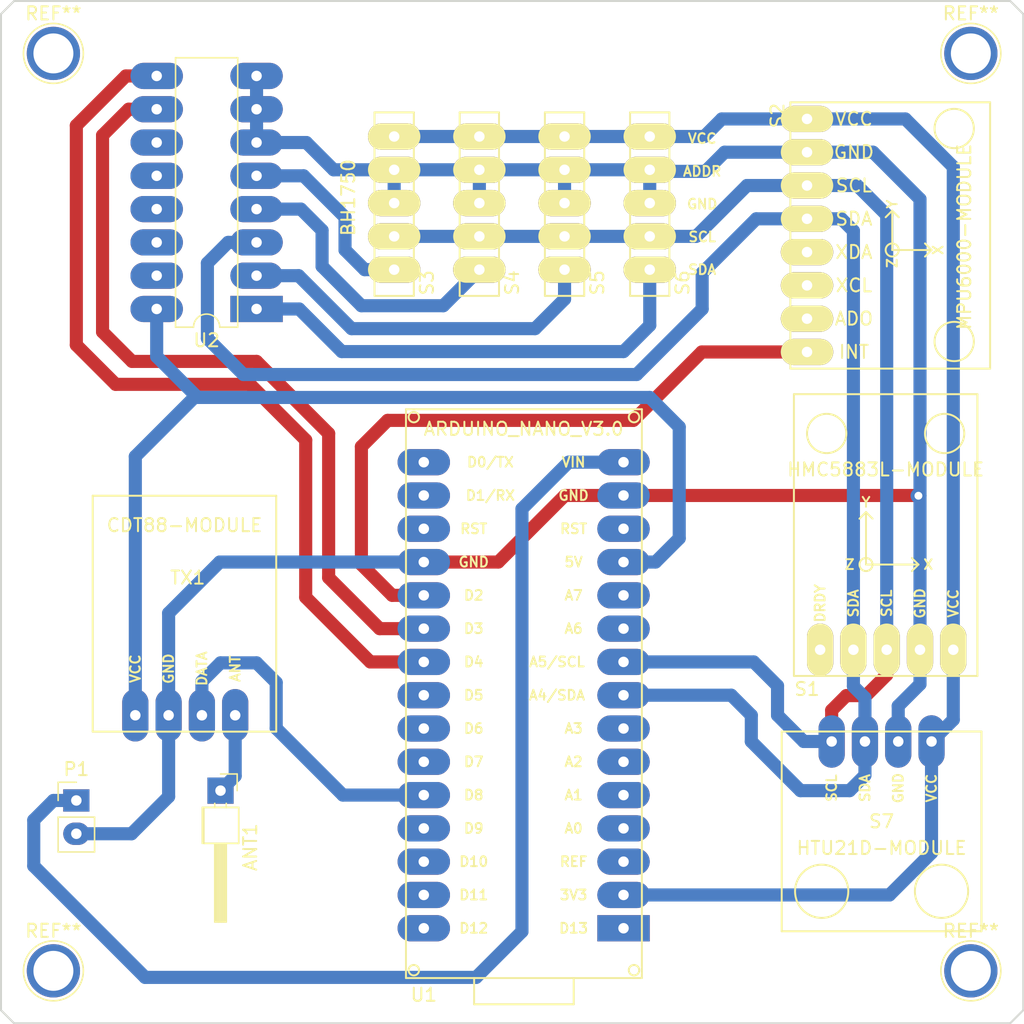
<source format=kicad_pcb>
(kicad_pcb (version 4) (host pcbnew 4.0.6-e0-6349~53~ubuntu14.04.1)

  (general
    (links 47)
    (no_connects 2)
    (area 122.424999 48.177 200.575001 126.875)
    (thickness 1.6)
    (drawings 33)
    (tracks 168)
    (zones 0)
    (modules 16)
    (nets 44)
  )

  (page A4)
  (layers
    (0 F.Cu signal)
    (31 B.Cu signal hide)
    (32 B.Adhes user)
    (33 F.Adhes user)
    (34 B.Paste user hide)
    (35 F.Paste user)
    (36 B.SilkS user)
    (37 F.SilkS user hide)
    (38 B.Mask user)
    (39 F.Mask user)
    (40 Dwgs.User user)
    (41 Cmts.User user)
    (42 Eco1.User user)
    (43 Eco2.User user)
    (44 Edge.Cuts user)
    (45 Margin user)
    (46 B.CrtYd user)
    (47 F.CrtYd user)
    (48 B.Fab user)
    (49 F.Fab user)
  )

  (setup
    (last_trace_width 1)
    (trace_clearance 0.5)
    (zone_clearance 0.508)
    (zone_45_only no)
    (trace_min 0.2)
    (segment_width 0.2)
    (edge_width 0.15)
    (via_size 1.2)
    (via_drill 0.6)
    (via_min_size 0.4)
    (via_min_drill 0.3)
    (uvia_size 0.3)
    (uvia_drill 0.1)
    (uvias_allowed no)
    (uvia_min_size 0.2)
    (uvia_min_drill 0.1)
    (pcb_text_width 0.3)
    (pcb_text_size 1.5 1.5)
    (mod_edge_width 0.15)
    (mod_text_size 1 1)
    (mod_text_width 0.15)
    (pad_size 4 2)
    (pad_drill 0.8)
    (pad_to_mask_clearance 0.2)
    (aux_axis_origin 0 0)
    (visible_elements FFFFFF7F)
    (pcbplotparams
      (layerselection 0x01400_80000001)
      (usegerberextensions false)
      (excludeedgelayer true)
      (linewidth 0.100000)
      (plotframeref false)
      (viasonmask false)
      (mode 1)
      (useauxorigin false)
      (hpglpennumber 1)
      (hpglpenspeed 20)
      (hpglpendiameter 15)
      (hpglpenoverlay 2)
      (psnegative false)
      (psa4output false)
      (plotreference true)
      (plotvalue true)
      (plotinvisibletext false)
      (padsonsilk false)
      (subtractmaskfromsilk false)
      (outputformat 1)
      (mirror false)
      (drillshape 0)
      (scaleselection 1)
      (outputdirectory gerber/))
  )

  (net 0 "")
  (net 1 VCC)
  (net 2 GNDREF)
  (net 3 "Net-(S1-Pad1)")
  (net 4 /SDA)
  (net 5 /SCL)
  (net 6 +3V3)
  (net 7 "Net-(S2-Pad5)")
  (net 8 "Net-(S2-Pad6)")
  (net 9 "Net-(S2-Pad7)")
  (net 10 +5V)
  (net 11 RADIO_DATA)
  (net 12 "Net-(U1-Pad1)")
  (net 13 "Net-(U1-Pad3)")
  (net 14 "Net-(U1-Pad4)")
  (net 15 "Net-(U1-Pad5)")
  (net 16 "Net-(U1-Pad13)")
  (net 17 "Net-(U1-Pad16)")
  (net 18 "Net-(U1-Pad17)")
  (net 19 "Net-(U1-Pad18)")
  (net 20 "Net-(U1-Pad23)")
  (net 21 "Net-(U1-Pad24)")
  (net 22 "Net-(U1-Pad25)")
  (net 23 "Net-(U1-Pad27)")
  (net 24 "Net-(U1-Pad28)")
  (net 25 /LS_SELECT_0)
  (net 26 /LS_SELECT_1)
  (net 27 "Net-(ANT1-Pad1)")
  (net 28 "Net-(U1-Pad29)")
  (net 29 "Net-(U1-Pad30)")
  (net 30 "Net-(U1-Pad6)")
  (net 31 "Net-(U1-Pad7)")
  (net 32 "Net-(U2-Pad11)")
  (net 33 "Net-(U2-Pad12)")
  (net 34 "Net-(U2-Pad13)")
  (net 35 "Net-(U2-Pad14)")
  (net 36 "Net-(U2-Pad15)")
  (net 37 /SDA_LS_SIDE1)
  (net 38 /SDA_LS_SIDE2)
  (net 39 /SDA_LS_SIDE3)
  (net 40 /SDA_LS_SIDE4)
  (net 41 /GYRO_INT)
  (net 42 "Net-(U1-Pad10)")
  (net 43 "Net-(U1-Pad11)")

  (net_class Default "This is the default net class."
    (clearance 0.5)
    (trace_width 1)
    (via_dia 1.2)
    (via_drill 0.6)
    (uvia_dia 0.3)
    (uvia_drill 0.1)
    (add_net +3V3)
    (add_net +5V)
    (add_net /GYRO_INT)
    (add_net /LS_SELECT_0)
    (add_net /LS_SELECT_1)
    (add_net /SCL)
    (add_net /SDA)
    (add_net /SDA_LS_SIDE1)
    (add_net /SDA_LS_SIDE2)
    (add_net /SDA_LS_SIDE3)
    (add_net /SDA_LS_SIDE4)
    (add_net GNDREF)
    (add_net "Net-(ANT1-Pad1)")
    (add_net "Net-(S1-Pad1)")
    (add_net "Net-(S2-Pad5)")
    (add_net "Net-(S2-Pad6)")
    (add_net "Net-(S2-Pad7)")
    (add_net "Net-(U1-Pad1)")
    (add_net "Net-(U1-Pad10)")
    (add_net "Net-(U1-Pad11)")
    (add_net "Net-(U1-Pad13)")
    (add_net "Net-(U1-Pad16)")
    (add_net "Net-(U1-Pad17)")
    (add_net "Net-(U1-Pad18)")
    (add_net "Net-(U1-Pad23)")
    (add_net "Net-(U1-Pad24)")
    (add_net "Net-(U1-Pad25)")
    (add_net "Net-(U1-Pad27)")
    (add_net "Net-(U1-Pad28)")
    (add_net "Net-(U1-Pad29)")
    (add_net "Net-(U1-Pad3)")
    (add_net "Net-(U1-Pad30)")
    (add_net "Net-(U1-Pad4)")
    (add_net "Net-(U1-Pad5)")
    (add_net "Net-(U1-Pad6)")
    (add_net "Net-(U1-Pad7)")
    (add_net "Net-(U2-Pad11)")
    (add_net "Net-(U2-Pad12)")
    (add_net "Net-(U2-Pad13)")
    (add_net "Net-(U2-Pad14)")
    (add_net "Net-(U2-Pad15)")
    (add_net RADIO_DATA)
    (add_net VCC)
  )

  (module Pin_Headers:Pin_Header_Angled_1x01_Pitch2.54mm (layer F.Cu) (tedit 589D4B9A) (tstamp 589AAFAF)
    (at 139.25 108.75 270)
    (descr "Through hole angled pin header, 1x01, 2.54mm pitch, 6mm pin length, single row")
    (tags "Through hole angled pin header THT 1x01 2.54mm single row")
    (path /5747D709)
    (fp_text reference ANT1 (at 4.315 -2.27 270) (layer F.SilkS)
      (effects (font (size 1 1) (thickness 0.15)))
    )
    (fp_text value ANTENNA-1 (at 4.315 2.27 270) (layer F.Fab)
      (effects (font (size 1 1) (thickness 0.15)))
    )
    (fp_line (start 1.4 -1.27) (end 1.4 1.27) (layer F.Fab) (width 0.1))
    (fp_line (start 1.4 1.27) (end 3.9 1.27) (layer F.Fab) (width 0.1))
    (fp_line (start 3.9 1.27) (end 3.9 -1.27) (layer F.Fab) (width 0.1))
    (fp_line (start 3.9 -1.27) (end 1.4 -1.27) (layer F.Fab) (width 0.1))
    (fp_line (start 0 -0.32) (end 0 0.32) (layer F.Fab) (width 0.1))
    (fp_line (start 0 0.32) (end 9.9 0.32) (layer F.Fab) (width 0.1))
    (fp_line (start 9.9 0.32) (end 9.9 -0.32) (layer F.Fab) (width 0.1))
    (fp_line (start 9.9 -0.32) (end 0 -0.32) (layer F.Fab) (width 0.1))
    (fp_line (start 1.28 -1.39) (end 1.28 1.39) (layer F.SilkS) (width 0.12))
    (fp_line (start 1.28 1.39) (end 4.02 1.39) (layer F.SilkS) (width 0.12))
    (fp_line (start 4.02 1.39) (end 4.02 -1.39) (layer F.SilkS) (width 0.12))
    (fp_line (start 4.02 -1.39) (end 1.28 -1.39) (layer F.SilkS) (width 0.12))
    (fp_line (start 1.28 -1.39) (end 1.28 1.27) (layer F.SilkS) (width 0.12))
    (fp_line (start 1.28 1.27) (end 4.02 1.27) (layer F.SilkS) (width 0.12))
    (fp_line (start 4.02 1.27) (end 4.02 -1.39) (layer F.SilkS) (width 0.12))
    (fp_line (start 4.02 -1.39) (end 1.28 -1.39) (layer F.SilkS) (width 0.12))
    (fp_line (start 4.02 -0.44) (end 4.02 0.44) (layer F.SilkS) (width 0.12))
    (fp_line (start 4.02 0.44) (end 10.02 0.44) (layer F.SilkS) (width 0.12))
    (fp_line (start 10.02 0.44) (end 10.02 -0.44) (layer F.SilkS) (width 0.12))
    (fp_line (start 10.02 -0.44) (end 4.02 -0.44) (layer F.SilkS) (width 0.12))
    (fp_line (start 0.97 -0.44) (end 1.28 -0.44) (layer F.SilkS) (width 0.12))
    (fp_line (start 0.97 0.44) (end 1.28 0.44) (layer F.SilkS) (width 0.12))
    (fp_line (start 4.02 -0.32) (end 10.02 -0.32) (layer F.SilkS) (width 0.12))
    (fp_line (start 4.02 -0.2) (end 10.02 -0.2) (layer F.SilkS) (width 0.12))
    (fp_line (start 4.02 -0.08) (end 10.02 -0.08) (layer F.SilkS) (width 0.12))
    (fp_line (start 4.02 0.04) (end 10.02 0.04) (layer F.SilkS) (width 0.12))
    (fp_line (start 4.02 0.16) (end 10.02 0.16) (layer F.SilkS) (width 0.12))
    (fp_line (start 4.02 0.28) (end 10.02 0.28) (layer F.SilkS) (width 0.12))
    (fp_line (start 4.02 0.4) (end 10.02 0.4) (layer F.SilkS) (width 0.12))
    (fp_line (start -1.27 0) (end -1.27 -1.27) (layer F.SilkS) (width 0.12))
    (fp_line (start -1.27 -1.27) (end 0 -1.27) (layer F.SilkS) (width 0.12))
    (fp_line (start -1.6 -1.6) (end -1.6 1.6) (layer F.CrtYd) (width 0.05))
    (fp_line (start -1.6 1.6) (end 10.2 1.6) (layer F.CrtYd) (width 0.05))
    (fp_line (start 10.2 1.6) (end 10.2 -1.6) (layer F.CrtYd) (width 0.05))
    (fp_line (start 10.2 -1.6) (end -1.6 -1.6) (layer F.CrtYd) (width 0.05))
    (pad 1 thru_hole rect (at 0 0 270) (size 2 2) (drill 0.8) (layers *.Cu *.Mask)
      (net 27 "Net-(ANT1-Pad1)"))
    (model Pin_Headers.3dshapes/Pin_Header_Angled_1x01_Pitch2.54mm.wrl
      (at (xyz 0 0 0))
      (scale (xyz 1 1 1))
      (rotate (xyz 0 0 90))
    )
  )

  (module Pin_Headers:Pin_Header_Straight_1x02_Pitch2.54mm (layer F.Cu) (tedit 589D4B5B) (tstamp 589AAFB5)
    (at 128.25 109.5)
    (descr "Through hole straight pin header, 1x02, 2.54mm pitch, single row")
    (tags "Through hole pin header THT 1x02 2.54mm single row")
    (path /5747D814)
    (fp_text reference P1 (at 0 -2.39) (layer F.SilkS)
      (effects (font (size 1 1) (thickness 0.15)))
    )
    (fp_text value POWER (at 0 4.93) (layer F.Fab)
      (effects (font (size 1 1) (thickness 0.15)))
    )
    (fp_line (start -1.27 -1.27) (end -1.27 3.81) (layer F.Fab) (width 0.1))
    (fp_line (start -1.27 3.81) (end 1.27 3.81) (layer F.Fab) (width 0.1))
    (fp_line (start 1.27 3.81) (end 1.27 -1.27) (layer F.Fab) (width 0.1))
    (fp_line (start 1.27 -1.27) (end -1.27 -1.27) (layer F.Fab) (width 0.1))
    (fp_line (start -1.39 1.27) (end -1.39 3.93) (layer F.SilkS) (width 0.12))
    (fp_line (start -1.39 3.93) (end 1.39 3.93) (layer F.SilkS) (width 0.12))
    (fp_line (start 1.39 3.93) (end 1.39 1.27) (layer F.SilkS) (width 0.12))
    (fp_line (start 1.39 1.27) (end -1.39 1.27) (layer F.SilkS) (width 0.12))
    (fp_line (start -1.39 0) (end -1.39 -1.39) (layer F.SilkS) (width 0.12))
    (fp_line (start -1.39 -1.39) (end 0 -1.39) (layer F.SilkS) (width 0.12))
    (fp_line (start -1.6 -1.6) (end -1.6 4.1) (layer F.CrtYd) (width 0.05))
    (fp_line (start -1.6 4.1) (end 1.6 4.1) (layer F.CrtYd) (width 0.05))
    (fp_line (start 1.6 4.1) (end 1.6 -1.6) (layer F.CrtYd) (width 0.05))
    (fp_line (start 1.6 -1.6) (end -1.6 -1.6) (layer F.CrtYd) (width 0.05))
    (pad 1 thru_hole rect (at 0 0) (size 2 1.7) (drill 0.8) (layers *.Cu *.Mask)
      (net 1 VCC))
    (pad 2 thru_hole oval (at 0 2.54) (size 2 1.7) (drill 0.8) (layers *.Cu *.Mask)
      (net 2 GNDREF))
    (model Pin_Headers.3dshapes/Pin_Header_Straight_1x02_Pitch2.54mm.wrl
      (at (xyz 0 -0.05 0))
      (scale (xyz 1 1 1))
      (rotate (xyz 0 0 90))
    )
  )

  (module boscoverysat:HMC5883L (layer F.Cu) (tedit 589AA99E) (tstamp 589AAFBE)
    (at 185 98)
    (path /5747D500)
    (fp_text reference S1 (at -1 3) (layer F.SilkS)
      (effects (font (size 1 1) (thickness 0.15)))
    )
    (fp_text value HMC5883L-MODULE (at 5 -13.75) (layer F.SilkS)
      (effects (font (size 1 1) (thickness 0.15)))
    )
    (fp_text user Z (at 2.25 -6.5) (layer F.SilkS)
      (effects (font (size 0.75 0.75) (thickness 0.15)))
    )
    (fp_text user Y (at 3.5 -11.25) (layer F.SilkS)
      (effects (font (size 0.75 0.75) (thickness 0.15)))
    )
    (fp_text user X (at 8.25 -6.5) (layer F.SilkS)
      (effects (font (size 0.75 0.75) (thickness 0.15)))
    )
    (fp_circle (center 3.5 -6.5) (end 4 -6.5) (layer F.SilkS) (width 0.15))
    (fp_line (start 3.5 -10.5) (end 3 -10) (layer F.SilkS) (width 0.15))
    (fp_line (start 3.5 -10.5) (end 4 -10) (layer F.SilkS) (width 0.15))
    (fp_line (start 7.5 -6.5) (end 7 -7) (layer F.SilkS) (width 0.15))
    (fp_line (start 7.5 -6.5) (end 7 -6) (layer F.SilkS) (width 0.15))
    (fp_line (start 3.5 -6.5) (end 7.5 -6.5) (layer F.SilkS) (width 0.15))
    (fp_line (start 3.5 -6.5) (end 3.5 -10.5) (layer F.SilkS) (width 0.15))
    (fp_text user VCC (at 10.16 -3.54 90) (layer F.SilkS)
      (effects (font (size 0.75 0.75) (thickness 0.15)))
    )
    (fp_text user GND (at 7.62 -3.54 90) (layer F.SilkS)
      (effects (font (size 0.75 0.75) (thickness 0.15)))
    )
    (fp_text user SCL (at 5.08 -3.54 90) (layer F.SilkS)
      (effects (font (size 0.75 0.75) (thickness 0.15)))
    )
    (fp_text user SDA (at 2.54 -3.54 90) (layer F.SilkS)
      (effects (font (size 0.75 0.75) (thickness 0.15)))
    )
    (fp_text user DRDY (at 0 -3.54 90) (layer F.SilkS)
      (effects (font (size 0.75 0.75) (thickness 0.15)))
    )
    (fp_circle (center 9.5 -16.5) (end 9.5 -18) (layer F.SilkS) (width 0.15))
    (fp_circle (center 0.5 -16.5) (end 0.5 -18) (layer F.SilkS) (width 0.15))
    (fp_line (start -2 2) (end 12 2) (layer F.SilkS) (width 0.15))
    (fp_line (start 12 2) (end 12 -19.5) (layer F.SilkS) (width 0.15))
    (fp_line (start 12 -19.5) (end -2 -19.5) (layer F.SilkS) (width 0.15))
    (fp_line (start -2 -19.5) (end -2 2) (layer F.SilkS) (width 0.15))
    (pad 1 thru_hole oval (at 0 0) (size 2 4) (drill 0.8) (layers *.Cu F.SilkS B.Mask)
      (net 3 "Net-(S1-Pad1)"))
    (pad 2 thru_hole oval (at 2.54 0) (size 2 4) (drill 0.8) (layers *.Cu F.SilkS B.Mask)
      (net 4 /SDA))
    (pad 3 thru_hole oval (at 5.08 0) (size 2 4) (drill 0.8) (layers *.Cu F.SilkS B.Mask)
      (net 5 /SCL))
    (pad 4 thru_hole oval (at 7.62 0) (size 2 4) (drill 0.8) (layers *.Cu F.SilkS B.Mask)
      (net 2 GNDREF))
    (pad 5 thru_hole oval (at 10.16 0) (size 2 4) (drill 0.8) (layers *.Cu F.SilkS B.Mask)
      (net 6 +3V3))
  )

  (module boscoverysat:MPU-6000 (layer F.Cu) (tedit 58997490) (tstamp 589AAFCA)
    (at 184 57.5 270)
    (path /5747D545)
    (fp_text reference S2 (at -0.25 2.25 270) (layer F.SilkS)
      (effects (font (size 1 1) (thickness 0.15)))
    )
    (fp_text value MPU6000-MODULE (at 9 -12 270) (layer F.SilkS)
      (effects (font (size 1 1) (thickness 0.15)))
    )
    (fp_text user Z (at 11 -6.5 270) (layer F.SilkS)
      (effects (font (size 0.75 0.75) (thickness 0.15)))
    )
    (fp_text user X (at 10 -10 270) (layer F.SilkS)
      (effects (font (size 0.75 0.75) (thickness 0.15)))
    )
    (fp_circle (center 10 -6.5) (end 9.5 -6.5) (layer F.SilkS) (width 0.15))
    (fp_line (start 10 -9.5) (end 9.5 -9) (layer F.SilkS) (width 0.15))
    (fp_line (start 10 -6.5) (end 10 -9.5) (layer F.SilkS) (width 0.15))
    (fp_line (start 10 -9.5) (end 10.5 -9) (layer F.SilkS) (width 0.15))
    (fp_line (start 7 -6.5) (end 7.5 -7) (layer F.SilkS) (width 0.15))
    (fp_line (start 10 -6.5) (end 7 -6.5) (layer F.SilkS) (width 0.15))
    (fp_line (start 7 -6.5) (end 7.5 -6) (layer F.SilkS) (width 0.15))
    (fp_text user Y (at 6.5 -6.5 270) (layer F.SilkS)
      (effects (font (size 0.75 0.75) (thickness 0.15)))
    )
    (fp_text user INT (at 17.78 -3.58 360) (layer F.SilkS)
      (effects (font (size 1 1) (thickness 0.15)))
    )
    (fp_text user ADO (at 15.24 -3.58 360) (layer F.SilkS)
      (effects (font (size 1 1) (thickness 0.15)))
    )
    (fp_text user XCL (at 12.7 -3.58 360) (layer F.SilkS)
      (effects (font (size 1 1) (thickness 0.15)))
    )
    (fp_text user XDA (at 10.16 -3.58 360) (layer F.SilkS)
      (effects (font (size 1 1) (thickness 0.15)))
    )
    (fp_text user SDA (at 7.62 -3.58 360) (layer F.SilkS)
      (effects (font (size 1 1) (thickness 0.15)))
    )
    (fp_text user SCL (at 5.08 -3.58 360) (layer F.SilkS)
      (effects (font (size 1 1) (thickness 0.15)))
    )
    (fp_text user GND (at 2.54 -3.58 360) (layer F.SilkS)
      (effects (font (size 1 1) (thickness 0.15)))
    )
    (fp_text user VCC (at 0 -3.58 360) (layer F.SilkS)
      (effects (font (size 1 1) (thickness 0.15)))
    )
    (fp_line (start -1.27 1.27) (end 19.05 1.27) (layer F.SilkS) (width 0.15))
    (fp_line (start 19.05 1.27) (end 19.05 -13.97) (layer F.SilkS) (width 0.15))
    (fp_line (start 19.05 -13.97) (end -1.27 -13.97) (layer F.SilkS) (width 0.15))
    (fp_line (start -1.27 -13.97) (end -1.27 1.27) (layer F.SilkS) (width 0.15))
    (fp_circle (center 16.98 -11.23) (end 16.98 -12.73) (layer F.SilkS) (width 0.15))
    (fp_circle (center 0.73 -11.23) (end 0.73 -12.73) (layer F.SilkS) (width 0.15))
    (pad 1 thru_hole oval (at 0 0 270) (size 2 4) (drill 0.8) (layers *.Cu F.SilkS B.Mask)
      (net 6 +3V3))
    (pad 2 thru_hole oval (at 2.54 0 270) (size 2 4) (drill 0.8) (layers *.Cu F.SilkS B.Mask)
      (net 2 GNDREF))
    (pad 3 thru_hole oval (at 5.08 0 270) (size 2 4) (drill 0.8) (layers *.Cu F.SilkS B.Mask)
      (net 5 /SCL))
    (pad 4 thru_hole oval (at 7.62 0 270) (size 2 4) (drill 0.8) (layers *.Cu F.SilkS B.Mask)
      (net 4 /SDA))
    (pad 5 thru_hole oval (at 10.16 0 270) (size 2 4) (drill 0.8) (layers *.Cu F.SilkS B.Mask)
      (net 7 "Net-(S2-Pad5)"))
    (pad 6 thru_hole oval (at 12.7 0 270) (size 2 4) (drill 0.8) (layers *.Cu F.SilkS B.Mask)
      (net 8 "Net-(S2-Pad6)"))
    (pad 7 thru_hole oval (at 15.24 0 270) (size 2 4) (drill 0.8) (layers *.Cu F.SilkS B.Mask)
      (net 9 "Net-(S2-Pad7)"))
    (pad 8 thru_hole oval (at 17.78 0 270) (size 2 4) (drill 0.8) (layers *.Cu F.SilkS B.Mask)
      (net 41 /GYRO_INT))
  )

  (module boscoverysat:BH1750-MODULE (layer F.Cu) (tedit 589AB6AE) (tstamp 589AAFD3)
    (at 152.5 69 90)
    (path /574ADBF4)
    (fp_text reference S3 (at -1 2.5 90) (layer F.SilkS)
      (effects (font (size 1 1) (thickness 0.15)))
    )
    (fp_text value BH1750 (at 5.5 -3.5 90) (layer F.SilkS)
      (effects (font (size 1 1) (thickness 0.15)))
    )
    (fp_text user "" (at 10.16 -3.81 180) (layer F.SilkS)
      (effects (font (size 0.75 0.75) (thickness 0.15)))
    )
    (fp_text user "" (at 5.08 -3.81 180) (layer F.SilkS)
      (effects (font (size 0.75 0.75) (thickness 0.15)))
    )
    (fp_text user "" (at 2.54 -3.81 180) (layer F.SilkS)
      (effects (font (size 0.75 0.75) (thickness 0.15)))
    )
    (fp_text user "" (at 0 -3.81 180) (layer F.SilkS)
      (effects (font (size 0.75 0.75) (thickness 0.15)))
    )
    (fp_text user "" (at 7.62 -3.81 180) (layer F.SilkS)
      (effects (font (size 0.75 0.75) (thickness 0.15)))
    )
    (fp_line (start -2 -1.5) (end -2 1.5) (layer F.SilkS) (width 0.15))
    (fp_line (start -2 1.5) (end 12 1.5) (layer F.SilkS) (width 0.15))
    (fp_line (start 12 1.5) (end 12 -1.5) (layer F.SilkS) (width 0.15))
    (fp_line (start 12 -1.5) (end -2 -1.5) (layer F.SilkS) (width 0.15))
    (pad 1 thru_hole oval (at 0 0 90) (size 2 4) (drill 0.8) (layers *.Cu F.SilkS B.Mask)
      (net 37 /SDA_LS_SIDE1))
    (pad 2 thru_hole oval (at 2.54 0 90) (size 2 4) (drill 0.8) (layers *.Cu F.SilkS B.Mask)
      (net 5 /SCL))
    (pad 3 thru_hole oval (at 5.08 0 90) (size 2 4) (drill 0.8) (layers *.Cu F.SilkS B.Mask)
      (net 2 GNDREF))
    (pad 4 thru_hole oval (at 7.62 0 90) (size 2 4) (drill 0.8) (layers *.Cu F.SilkS B.Mask)
      (net 2 GNDREF))
    (pad 5 thru_hole oval (at 10.16 0 90) (size 2 4) (drill 0.8) (layers *.Cu F.SilkS B.Mask)
      (net 6 +3V3))
  )

  (module boscoverysat:BH1750-MODULE (layer F.Cu) (tedit 589AB6BC) (tstamp 589AAFDC)
    (at 159 69 90)
    (path /574ADE0A)
    (fp_text reference S4 (at -1 2.5 90) (layer F.SilkS)
      (effects (font (size 1 1) (thickness 0.15)))
    )
    (fp_text value "" (at 9 2.5 90) (layer F.SilkS)
      (effects (font (size 1 1) (thickness 0.15)))
    )
    (fp_text user "" (at 10.16 -3.81 180) (layer F.SilkS)
      (effects (font (size 0.75 0.75) (thickness 0.15)))
    )
    (fp_text user "" (at 5.08 -3.81 180) (layer F.SilkS)
      (effects (font (size 0.75 0.75) (thickness 0.15)))
    )
    (fp_text user "" (at 2.54 -3.81 180) (layer F.SilkS)
      (effects (font (size 0.75 0.75) (thickness 0.15)))
    )
    (fp_text user "" (at 0 -3.81 180) (layer F.SilkS)
      (effects (font (size 0.75 0.75) (thickness 0.15)))
    )
    (fp_text user "" (at 7.62 -3.81 180) (layer F.SilkS)
      (effects (font (size 0.75 0.75) (thickness 0.15)))
    )
    (fp_line (start -2 -1.5) (end -2 1.5) (layer F.SilkS) (width 0.15))
    (fp_line (start -2 1.5) (end 12 1.5) (layer F.SilkS) (width 0.15))
    (fp_line (start 12 1.5) (end 12 -1.5) (layer F.SilkS) (width 0.15))
    (fp_line (start 12 -1.5) (end -2 -1.5) (layer F.SilkS) (width 0.15))
    (pad 1 thru_hole oval (at 0 0 90) (size 2 4) (drill 0.8) (layers *.Cu F.SilkS B.Mask)
      (net 38 /SDA_LS_SIDE2))
    (pad 2 thru_hole oval (at 2.54 0 90) (size 2 4) (drill 0.8) (layers *.Cu F.SilkS B.Mask)
      (net 5 /SCL))
    (pad 3 thru_hole oval (at 5.08 0 90) (size 2 4) (drill 0.8) (layers *.Cu F.SilkS B.Mask)
      (net 2 GNDREF))
    (pad 4 thru_hole oval (at 7.62 0 90) (size 2 4) (drill 0.8) (layers *.Cu F.SilkS B.Mask)
      (net 2 GNDREF))
    (pad 5 thru_hole oval (at 10.16 0 90) (size 2 4) (drill 0.8) (layers *.Cu F.SilkS B.Mask)
      (net 6 +3V3))
  )

  (module boscoverysat:BH1750-MODULE (layer F.Cu) (tedit 589AB6C9) (tstamp 589AAFE5)
    (at 165.5 69 90)
    (path /574ADE63)
    (fp_text reference S5 (at -1 2.5 90) (layer F.SilkS)
      (effects (font (size 1 1) (thickness 0.15)))
    )
    (fp_text value "" (at 9 2.5 90) (layer F.SilkS)
      (effects (font (size 1 1) (thickness 0.15)))
    )
    (fp_text user "" (at 10.16 -3.81 180) (layer F.SilkS)
      (effects (font (size 0.75 0.75) (thickness 0.15)))
    )
    (fp_text user "" (at 5.08 -3.81 180) (layer F.SilkS)
      (effects (font (size 0.75 0.75) (thickness 0.15)))
    )
    (fp_text user "" (at 2.54 -3.81 180) (layer F.SilkS)
      (effects (font (size 0.75 0.75) (thickness 0.15)))
    )
    (fp_text user "" (at 0 -3.81 180) (layer F.SilkS)
      (effects (font (size 0.75 0.75) (thickness 0.15)))
    )
    (fp_text user "" (at 7.62 -3.81 180) (layer F.SilkS)
      (effects (font (size 0.75 0.75) (thickness 0.15)))
    )
    (fp_line (start -2 -1.5) (end -2 1.5) (layer F.SilkS) (width 0.15))
    (fp_line (start -2 1.5) (end 12 1.5) (layer F.SilkS) (width 0.15))
    (fp_line (start 12 1.5) (end 12 -1.5) (layer F.SilkS) (width 0.15))
    (fp_line (start 12 -1.5) (end -2 -1.5) (layer F.SilkS) (width 0.15))
    (pad 1 thru_hole oval (at 0 0 90) (size 2 4) (drill 0.8) (layers *.Cu F.SilkS B.Mask)
      (net 39 /SDA_LS_SIDE3))
    (pad 2 thru_hole oval (at 2.54 0 90) (size 2 4) (drill 0.8) (layers *.Cu F.SilkS B.Mask)
      (net 5 /SCL))
    (pad 3 thru_hole oval (at 5.08 0 90) (size 2 4) (drill 0.8) (layers *.Cu F.SilkS B.Mask)
      (net 2 GNDREF))
    (pad 4 thru_hole oval (at 7.62 0 90) (size 2 4) (drill 0.8) (layers *.Cu F.SilkS B.Mask)
      (net 2 GNDREF))
    (pad 5 thru_hole oval (at 10.16 0 90) (size 2 4) (drill 0.8) (layers *.Cu F.SilkS B.Mask)
      (net 6 +3V3))
  )

  (module boscoverysat:BH1750-MODULE (layer F.Cu) (tedit 589AB697) (tstamp 589AAFEE)
    (at 172 69 90)
    (path /574ADEEF)
    (fp_text reference S6 (at -1 2.5 90) (layer F.SilkS)
      (effects (font (size 1 1) (thickness 0.15)))
    )
    (fp_text value "" (at 9 2.5 90) (layer F.SilkS)
      (effects (font (size 1 1) (thickness 0.15)))
    )
    (fp_text user VCC (at 10 4 180) (layer F.SilkS)
      (effects (font (size 0.75 0.75) (thickness 0.15)))
    )
    (fp_text user GND (at 5 4 180) (layer F.SilkS)
      (effects (font (size 0.75 0.75) (thickness 0.15)))
    )
    (fp_text user SCL (at 2.5 4 180) (layer F.SilkS)
      (effects (font (size 0.75 0.75) (thickness 0.15)))
    )
    (fp_text user SDA (at 0 4 180) (layer F.SilkS)
      (effects (font (size 0.75 0.75) (thickness 0.15)))
    )
    (fp_text user ADDR (at 7.5 4 180) (layer F.SilkS)
      (effects (font (size 0.75 0.75) (thickness 0.15)))
    )
    (fp_line (start -2 -1.5) (end -2 1.5) (layer F.SilkS) (width 0.15))
    (fp_line (start -2 1.5) (end 12 1.5) (layer F.SilkS) (width 0.15))
    (fp_line (start 12 1.5) (end 12 -1.5) (layer F.SilkS) (width 0.15))
    (fp_line (start 12 -1.5) (end -2 -1.5) (layer F.SilkS) (width 0.15))
    (pad 1 thru_hole oval (at 0 0 90) (size 2 4) (drill 0.8) (layers *.Cu F.SilkS B.Mask)
      (net 40 /SDA_LS_SIDE4))
    (pad 2 thru_hole oval (at 2.54 0 90) (size 2 4) (drill 0.8) (layers *.Cu F.SilkS B.Mask)
      (net 5 /SCL))
    (pad 3 thru_hole oval (at 5.08 0 90) (size 2 4) (drill 0.8) (layers *.Cu F.SilkS B.Mask)
      (net 2 GNDREF))
    (pad 4 thru_hole oval (at 7.62 0 90) (size 2 4) (drill 0.8) (layers *.Cu F.SilkS B.Mask)
      (net 2 GNDREF))
    (pad 5 thru_hole oval (at 10.16 0 90) (size 2 4) (drill 0.8) (layers *.Cu F.SilkS B.Mask)
      (net 6 +3V3))
  )

  (module boscoverysat:HTU21D-MODULE (layer F.Cu) (tedit 589AAB09) (tstamp 589AAFF6)
    (at 193.5 105 180)
    (path /574C0AFC)
    (fp_text reference S7 (at 3.81 -6.096 180) (layer F.SilkS)
      (effects (font (size 1 1) (thickness 0.15)))
    )
    (fp_text value HTU21D-MODULE (at 3.81 -8.128 180) (layer F.SilkS)
      (effects (font (size 1 1) (thickness 0.15)))
    )
    (fp_circle (center 8.382 -11.43) (end 8.382 -13.462) (layer F.SilkS) (width 0.15))
    (fp_circle (center -0.762 -11.43) (end -0.762 -13.462) (layer F.SilkS) (width 0.15))
    (fp_line (start -3.81 0.762) (end -3.81 -14.478) (layer F.SilkS) (width 0.15))
    (fp_line (start -3.81 -14.478) (end 11.43 -14.478) (layer F.SilkS) (width 0.15))
    (fp_line (start 11.43 -14.478) (end 11.43 0.762) (layer F.SilkS) (width 0.15))
    (fp_line (start 11.43 0.762) (end -3.81 0.762) (layer F.SilkS) (width 0.15))
    (fp_text user SCL (at 7.62 -3.556 270) (layer F.SilkS)
      (effects (font (size 0.75 0.75) (thickness 0.15)))
    )
    (fp_text user SDA (at 5.08 -3.556 270) (layer F.SilkS)
      (effects (font (size 0.75 0.75) (thickness 0.15)))
    )
    (fp_text user GND (at 2.54 -3.556 270) (layer F.SilkS)
      (effects (font (size 0.75 0.75) (thickness 0.15)))
    )
    (fp_text user VCC (at 0 -3.556 270) (layer F.SilkS)
      (effects (font (size 0.75 0.75) (thickness 0.15)))
    )
    (pad 1 thru_hole oval (at 0 0 180) (size 2 4) (drill 0.8) (layers *.Cu B.Mask)
      (net 6 +3V3))
    (pad 2 thru_hole oval (at 2.54 0 180) (size 2 4) (drill 0.8) (layers *.Cu B.Mask)
      (net 2 GNDREF))
    (pad 3 thru_hole oval (at 5.08 0 180) (size 2 4) (drill 0.8) (layers *.Cu B.Mask)
      (net 4 /SDA))
    (pad 4 thru_hole oval (at 7.62 0 180) (size 2 4) (drill 0.8) (layers *.Cu B.Mask)
      (net 5 /SCL))
  )

  (module boscoverysat:CDT-88 (layer F.Cu) (tedit 589AAE04) (tstamp 589AAFFE)
    (at 132.75 103)
    (path /5747D61F)
    (fp_text reference TX1 (at 4 -10.5) (layer F.SilkS)
      (effects (font (size 1 1) (thickness 0.15)))
    )
    (fp_text value CDT88-MODULE (at 3.75 -14.5) (layer F.SilkS)
      (effects (font (size 1 1) (thickness 0.15)))
    )
    (fp_text user ANT (at 7.62 -3.556 90) (layer F.SilkS)
      (effects (font (size 0.75 0.75) (thickness 0.15)))
    )
    (fp_text user DATA (at 5.08 -3.556 90) (layer F.SilkS)
      (effects (font (size 0.75 0.75) (thickness 0.15)))
    )
    (fp_text user GND (at 2.54 -3.556 90) (layer F.SilkS)
      (effects (font (size 0.75 0.75) (thickness 0.15)))
    )
    (fp_text user VCC (at 0 -3.556 90) (layer F.SilkS)
      (effects (font (size 0.75 0.75) (thickness 0.15)))
    )
    (fp_line (start -3.25 1.25) (end 10.75 1.25) (layer F.SilkS) (width 0.15))
    (fp_line (start 10.75 1.25) (end 10.75 -16.75) (layer F.SilkS) (width 0.15))
    (fp_line (start 10.75 -16.75) (end -3.25 -16.75) (layer F.SilkS) (width 0.15))
    (fp_line (start -3.25 -16.75) (end -3.25 1.25) (layer F.SilkS) (width 0.15))
    (pad 1 thru_hole oval (at 0 0) (size 2 4) (drill 0.8) (layers *.Cu B.Mask)
      (net 10 +5V))
    (pad 2 thru_hole oval (at 2.54 0) (size 2 4) (drill 0.8) (layers *.Cu B.Mask)
      (net 2 GNDREF))
    (pad 3 thru_hole oval (at 5.08 0) (size 2 4) (drill 0.8) (layers *.Cu B.Mask)
      (net 11 RADIO_DATA))
    (pad 4 thru_hole oval (at 7.62 0) (size 2 4) (drill 0.8) (layers *.Cu B.Mask)
      (net 27 "Net-(ANT1-Pad1)"))
  )

  (module boscoverysat:ARDUINO_NANO_V3.0 (layer F.Cu) (tedit 58A00C8D) (tstamp 589AB020)
    (at 170 119.25 180)
    (path /5747CAAB)
    (fp_text reference U1 (at 15.24 -5.08 180) (layer F.SilkS)
      (effects (font (size 1 1) (thickness 0.15)))
    )
    (fp_text value ARDUINO_NANO_V3.0 (at 7.62 38.1 180) (layer F.SilkS)
      (effects (font (size 1 1) (thickness 0.15)))
    )
    (fp_line (start 11.4 -5.8) (end 11.4 -3.8) (layer F.SilkS) (width 0.15))
    (fp_line (start 3.8 -5.8) (end 3.8 -3.8) (layer F.SilkS) (width 0.15))
    (fp_text user D12 (at 11.43 0 180) (layer F.SilkS)
      (effects (font (size 0.75 0.75) (thickness 0.15)))
    )
    (fp_text user D11 (at 11.43 2.54 180) (layer F.SilkS)
      (effects (font (size 0.75 0.75) (thickness 0.15)))
    )
    (fp_text user D10 (at 11.43 5.08 180) (layer F.SilkS)
      (effects (font (size 0.75 0.75) (thickness 0.15)))
    )
    (fp_text user D9 (at 11.43 7.62 180) (layer F.SilkS)
      (effects (font (size 0.75 0.75) (thickness 0.15)))
    )
    (fp_text user D8 (at 11.43 10.16 180) (layer F.SilkS)
      (effects (font (size 0.75 0.75) (thickness 0.15)))
    )
    (fp_text user D7 (at 11.43 12.7 180) (layer F.SilkS)
      (effects (font (size 0.75 0.75) (thickness 0.15)))
    )
    (fp_text user D6 (at 11.43 15.24 180) (layer F.SilkS)
      (effects (font (size 0.75 0.75) (thickness 0.15)))
    )
    (fp_text user D5 (at 11.43 17.78 180) (layer F.SilkS)
      (effects (font (size 0.75 0.75) (thickness 0.15)))
    )
    (fp_text user D4 (at 11.43 20.32 180) (layer F.SilkS)
      (effects (font (size 0.75 0.75) (thickness 0.15)))
    )
    (fp_text user D3 (at 11.43 22.86 180) (layer F.SilkS)
      (effects (font (size 0.75 0.75) (thickness 0.15)))
    )
    (fp_text user D2 (at 11.43 25.4 180) (layer F.SilkS)
      (effects (font (size 0.75 0.75) (thickness 0.15)))
    )
    (fp_text user GND (at 11.43 27.94 180) (layer F.SilkS)
      (effects (font (size 0.75 0.75) (thickness 0.15)))
    )
    (fp_text user RST (at 11.43 30.48 180) (layer F.SilkS)
      (effects (font (size 0.75 0.75) (thickness 0.15)))
    )
    (fp_text user D1/RX (at 10.16 33.02 180) (layer F.SilkS)
      (effects (font (size 0.75 0.75) (thickness 0.15)))
    )
    (fp_text user D0/TX (at 10.16 35.56 180) (layer F.SilkS)
      (effects (font (size 0.75 0.75) (thickness 0.15)))
    )
    (fp_text user VIN (at 3.81 35.56 180) (layer F.SilkS)
      (effects (font (size 0.75 0.75) (thickness 0.15)))
    )
    (fp_text user GND (at 3.81 33.02 180) (layer F.SilkS)
      (effects (font (size 0.75 0.75) (thickness 0.15)))
    )
    (fp_text user RST (at 3.81 30.48 180) (layer F.SilkS)
      (effects (font (size 0.75 0.75) (thickness 0.15)))
    )
    (fp_text user 5V (at 3.81 27.94 180) (layer F.SilkS)
      (effects (font (size 0.75 0.75) (thickness 0.15)))
    )
    (fp_text user A7 (at 3.81 25.4 180) (layer F.SilkS)
      (effects (font (size 0.75 0.75) (thickness 0.15)))
    )
    (fp_text user A6 (at 3.81 22.86 180) (layer F.SilkS)
      (effects (font (size 0.75 0.75) (thickness 0.15)))
    )
    (fp_text user A5/SCL (at 5.08 20.32 180) (layer F.SilkS)
      (effects (font (size 0.75 0.75) (thickness 0.15)))
    )
    (fp_text user A4/SDA (at 5.08 17.78 180) (layer F.SilkS)
      (effects (font (size 0.75 0.75) (thickness 0.15)))
    )
    (fp_text user A3 (at 3.81 15.24 180) (layer F.SilkS)
      (effects (font (size 0.75 0.75) (thickness 0.15)))
    )
    (fp_text user A2 (at 3.81 12.7 180) (layer F.SilkS)
      (effects (font (size 0.75 0.75) (thickness 0.15)))
    )
    (fp_text user A1 (at 3.81 10.16 180) (layer F.SilkS)
      (effects (font (size 0.75 0.75) (thickness 0.15)))
    )
    (fp_text user A0 (at 3.81 7.62 180) (layer F.SilkS)
      (effects (font (size 0.75 0.75) (thickness 0.15)))
    )
    (fp_text user REF (at 3.81 5.08 180) (layer F.SilkS)
      (effects (font (size 0.75 0.75) (thickness 0.15)))
    )
    (fp_text user 3V3 (at 3.81 2.54 180) (layer F.SilkS)
      (effects (font (size 0.75 0.75) (thickness 0.15)))
    )
    (fp_text user D13 (at 3.81 0 180) (layer F.SilkS)
      (effects (font (size 0.75 0.75) (thickness 0.15)))
    )
    (fp_circle (center 16 39) (end 16 39.4) (layer F.SilkS) (width 0.15))
    (fp_circle (center -0.8 39) (end -0.8 39.4) (layer F.SilkS) (width 0.15))
    (fp_circle (center -0.8 -3.2) (end -0.8 -3.6) (layer F.SilkS) (width 0.15))
    (fp_circle (center 16 -3.2) (end 16 -3.6) (layer F.SilkS) (width 0.15))
    (fp_line (start 11.4 -5.8) (end 3.8 -5.8) (layer F.SilkS) (width 0.15))
    (fp_line (start -1.4 -3.8) (end 16.6 -3.8) (layer F.SilkS) (width 0.15))
    (fp_line (start 16.6 -3.8) (end 16.6 39.6) (layer F.SilkS) (width 0.15))
    (fp_line (start 16.6 39.6) (end -1.4 39.6) (layer F.SilkS) (width 0.15))
    (fp_line (start -1.4 39.6) (end -1.4 -3.8) (layer F.SilkS) (width 0.15))
    (pad 1 thru_hole rect (at 0 0 180) (size 4 2) (drill 0.8) (layers *.Cu *.Mask)
      (net 12 "Net-(U1-Pad1)"))
    (pad 2 thru_hole oval (at 0 2.54 180) (size 4 2) (drill 0.8) (layers *.Cu B.Mask)
      (net 6 +3V3))
    (pad 3 thru_hole oval (at 0 5.08 180) (size 4 2) (drill 0.8) (layers *.Cu B.Mask)
      (net 13 "Net-(U1-Pad3)"))
    (pad 4 thru_hole oval (at 0 7.62 180) (size 4 2) (drill 0.8) (layers *.Cu B.Mask)
      (net 14 "Net-(U1-Pad4)"))
    (pad 5 thru_hole oval (at 0 10.16 180) (size 4 2) (drill 0.8) (layers *.Cu B.Mask)
      (net 15 "Net-(U1-Pad5)"))
    (pad 6 thru_hole oval (at 0 12.7 180) (size 4 2) (drill 0.8) (layers *.Cu B.Mask)
      (net 30 "Net-(U1-Pad6)"))
    (pad 7 thru_hole oval (at 0 15.24 180) (size 4 2) (drill 0.8) (layers *.Cu B.Mask)
      (net 31 "Net-(U1-Pad7)"))
    (pad 8 thru_hole oval (at 0 17.78 180) (size 4 2) (drill 0.8) (layers *.Cu B.Mask)
      (net 4 /SDA))
    (pad 9 thru_hole oval (at 0 20.32 180) (size 4 2) (drill 0.8) (layers *.Cu B.Mask)
      (net 5 /SCL))
    (pad 10 thru_hole oval (at 0 22.86 180) (size 4 2) (drill 0.8) (layers *.Cu B.Mask)
      (net 42 "Net-(U1-Pad10)"))
    (pad 11 thru_hole oval (at 0 25.4 180) (size 4 2) (drill 0.8) (layers *.Cu B.Mask)
      (net 43 "Net-(U1-Pad11)"))
    (pad 12 thru_hole oval (at 0 27.94 180) (size 4 2) (drill 0.8) (layers *.Cu B.Mask)
      (net 10 +5V))
    (pad 13 thru_hole oval (at 0 30.48 180) (size 4 2) (drill 0.8) (layers *.Cu B.Mask)
      (net 16 "Net-(U1-Pad13)"))
    (pad 14 thru_hole oval (at 0 33.02 180) (size 4 2) (drill 0.8) (layers *.Cu B.Mask)
      (net 2 GNDREF))
    (pad 15 thru_hole oval (at 0 35.56 180) (size 4 2) (drill 0.8) (layers *.Cu B.Mask)
      (net 1 VCC))
    (pad 16 thru_hole oval (at 15.24 35.56 180) (size 4 2) (drill 0.8) (layers *.Cu B.Mask)
      (net 17 "Net-(U1-Pad16)"))
    (pad 17 thru_hole oval (at 15.24 33.02 180) (size 4 2) (drill 0.8) (layers *.Cu B.Mask)
      (net 18 "Net-(U1-Pad17)"))
    (pad 18 thru_hole oval (at 15.24 30.48 180) (size 4 2) (drill 0.8) (layers *.Cu B.Mask)
      (net 19 "Net-(U1-Pad18)"))
    (pad 19 thru_hole oval (at 15.24 27.94 180) (size 4 2) (drill 0.8) (layers *.Cu B.Mask)
      (net 2 GNDREF))
    (pad 20 thru_hole oval (at 15.24 25.4 180) (size 4 2) (drill 0.8) (layers *.Cu B.Mask)
      (net 41 /GYRO_INT))
    (pad 21 thru_hole oval (at 15.24 22.86 180) (size 4 2) (drill 0.8) (layers *.Cu B.Mask)
      (net 25 /LS_SELECT_0))
    (pad 22 thru_hole oval (at 15.24 20.32 180) (size 4 2) (drill 0.8) (layers *.Cu B.Mask)
      (net 26 /LS_SELECT_1))
    (pad 23 thru_hole oval (at 15.24 17.78 180) (size 4 2) (drill 0.8) (layers *.Cu B.Mask)
      (net 20 "Net-(U1-Pad23)"))
    (pad 24 thru_hole oval (at 15.24 15.24 180) (size 4 2) (drill 0.8) (layers *.Cu B.Mask)
      (net 21 "Net-(U1-Pad24)"))
    (pad 25 thru_hole oval (at 15.24 12.7 180) (size 4 2) (drill 0.8) (layers *.Cu B.Mask)
      (net 22 "Net-(U1-Pad25)"))
    (pad 26 thru_hole oval (at 15.24 10.16 180) (size 4 2) (drill 0.8) (layers *.Cu B.Mask)
      (net 11 RADIO_DATA))
    (pad 27 thru_hole oval (at 15.24 7.62 180) (size 4 2) (drill 0.8) (layers *.Cu B.Mask)
      (net 23 "Net-(U1-Pad27)"))
    (pad 28 thru_hole oval (at 15.24 5.08 180) (size 4 2) (drill 0.8) (layers *.Cu B.Mask)
      (net 24 "Net-(U1-Pad28)"))
    (pad 29 thru_hole oval (at 15.24 2.54 180) (size 4 2) (drill 0.8) (layers *.Cu B.Mask)
      (net 28 "Net-(U1-Pad29)"))
    (pad 30 thru_hole oval (at 15.24 0 180) (size 4 2) (drill 0.8) (layers *.Cu B.Mask)
      (net 29 "Net-(U1-Pad30)"))
  )

  (module Housings_DIP:DIP-16_W7.62mm_LongPads (layer F.Cu) (tedit 589D4A42) (tstamp 589AB034)
    (at 142 72 180)
    (descr "16-lead dip package, row spacing 7.62 mm (300 mils), LongPads")
    (tags "DIL DIP PDIP 2.54mm 7.62mm 300mil LongPads")
    (path /5747D0D0)
    (fp_text reference U2 (at 3.81 -2.39 180) (layer F.SilkS)
      (effects (font (size 1 1) (thickness 0.15)))
    )
    (fp_text value 74HC4052E (at 3.81 20.17 180) (layer F.Fab)
      (effects (font (size 1 1) (thickness 0.15)))
    )
    (fp_arc (start 3.81 -1.39) (end 2.81 -1.39) (angle -180) (layer F.SilkS) (width 0.12))
    (fp_line (start 1.635 -1.27) (end 6.985 -1.27) (layer F.Fab) (width 0.1))
    (fp_line (start 6.985 -1.27) (end 6.985 19.05) (layer F.Fab) (width 0.1))
    (fp_line (start 6.985 19.05) (end 0.635 19.05) (layer F.Fab) (width 0.1))
    (fp_line (start 0.635 19.05) (end 0.635 -0.27) (layer F.Fab) (width 0.1))
    (fp_line (start 0.635 -0.27) (end 1.635 -1.27) (layer F.Fab) (width 0.1))
    (fp_line (start 2.81 -1.39) (end 1.44 -1.39) (layer F.SilkS) (width 0.12))
    (fp_line (start 1.44 -1.39) (end 1.44 19.17) (layer F.SilkS) (width 0.12))
    (fp_line (start 1.44 19.17) (end 6.18 19.17) (layer F.SilkS) (width 0.12))
    (fp_line (start 6.18 19.17) (end 6.18 -1.39) (layer F.SilkS) (width 0.12))
    (fp_line (start 6.18 -1.39) (end 4.81 -1.39) (layer F.SilkS) (width 0.12))
    (fp_line (start -1.5 -1.6) (end -1.5 19.3) (layer F.CrtYd) (width 0.05))
    (fp_line (start -1.5 19.3) (end 9.1 19.3) (layer F.CrtYd) (width 0.05))
    (fp_line (start 9.1 19.3) (end 9.1 -1.6) (layer F.CrtYd) (width 0.05))
    (fp_line (start 9.1 -1.6) (end -1.5 -1.6) (layer F.CrtYd) (width 0.05))
    (pad 1 thru_hole rect (at 0 0 180) (size 4 2) (drill 0.8) (layers *.Cu *.Mask)
      (net 40 /SDA_LS_SIDE4))
    (pad 9 thru_hole oval (at 7.62 17.78 180) (size 4 2) (drill 0.8) (layers *.Cu *.Mask)
      (net 26 /LS_SELECT_1))
    (pad 2 thru_hole oval (at 0 2.54 180) (size 4 2) (drill 0.8) (layers *.Cu *.Mask)
      (net 39 /SDA_LS_SIDE3))
    (pad 10 thru_hole oval (at 7.62 15.24 180) (size 4 2) (drill 0.8) (layers *.Cu *.Mask)
      (net 25 /LS_SELECT_0))
    (pad 3 thru_hole oval (at 0 5.08 180) (size 4 2) (drill 0.8) (layers *.Cu *.Mask)
      (net 4 /SDA))
    (pad 11 thru_hole oval (at 7.62 12.7 180) (size 4 2) (drill 0.8) (layers *.Cu *.Mask)
      (net 32 "Net-(U2-Pad11)"))
    (pad 4 thru_hole oval (at 0 7.62 180) (size 4 2) (drill 0.8) (layers *.Cu *.Mask)
      (net 38 /SDA_LS_SIDE2))
    (pad 12 thru_hole oval (at 7.62 10.16 180) (size 4 2) (drill 0.8) (layers *.Cu *.Mask)
      (net 33 "Net-(U2-Pad12)"))
    (pad 5 thru_hole oval (at 0 10.16 180) (size 4 2) (drill 0.8) (layers *.Cu *.Mask)
      (net 37 /SDA_LS_SIDE1))
    (pad 13 thru_hole oval (at 7.62 7.62 180) (size 4 2) (drill 0.8) (layers *.Cu *.Mask)
      (net 34 "Net-(U2-Pad13)"))
    (pad 6 thru_hole oval (at 0 12.7 180) (size 4 2) (drill 0.8) (layers *.Cu *.Mask)
      (net 2 GNDREF))
    (pad 14 thru_hole oval (at 7.62 5.08 180) (size 4 2) (drill 0.8) (layers *.Cu *.Mask)
      (net 35 "Net-(U2-Pad14)"))
    (pad 7 thru_hole oval (at 0 15.24 180) (size 4 2) (drill 0.8) (layers *.Cu *.Mask)
      (net 2 GNDREF))
    (pad 15 thru_hole oval (at 7.62 2.54 180) (size 4 2) (drill 0.8) (layers *.Cu *.Mask)
      (net 36 "Net-(U2-Pad15)"))
    (pad 8 thru_hole oval (at 0 17.78 180) (size 4 2) (drill 0.8) (layers *.Cu *.Mask)
      (net 2 GNDREF))
    (pad 16 thru_hole oval (at 7.62 0 180) (size 4 2) (drill 0.8) (layers *.Cu *.Mask)
      (net 10 +5V))
    (model Housings_DIP.3dshapes/DIP-16_W7.62mm_LongPads.wrl
      (at (xyz 0 0 0))
      (scale (xyz 1 1 1))
      (rotate (xyz 0 0 0))
    )
  )

  (module Connect:1pin (layer F.Cu) (tedit 5861332C) (tstamp 589AB15E)
    (at 196.5 122.5)
    (descr "module 1 pin (ou trou mecanique de percage)")
    (tags DEV)
    (fp_text reference REF** (at 0 -3.048) (layer F.SilkS)
      (effects (font (size 1 1) (thickness 0.15)))
    )
    (fp_text value 1pin (at 0 3) (layer F.Fab)
      (effects (font (size 1 1) (thickness 0.15)))
    )
    (fp_circle (center 0 0) (end 2 0.8) (layer F.Fab) (width 0.1))
    (fp_circle (center 0 0) (end 2.6 0) (layer F.CrtYd) (width 0.05))
    (fp_circle (center 0 0) (end 0 -2.286) (layer F.SilkS) (width 0.12))
    (pad 1 thru_hole circle (at 0 0) (size 4.064 4.064) (drill 3.048) (layers *.Cu *.Mask))
  )

  (module Connect:1pin (layer F.Cu) (tedit 5861332C) (tstamp 589AB178)
    (at 196.5 52.5)
    (descr "module 1 pin (ou trou mecanique de percage)")
    (tags DEV)
    (fp_text reference REF** (at 0 -3.048) (layer F.SilkS)
      (effects (font (size 1 1) (thickness 0.15)))
    )
    (fp_text value 1pin (at 0 3) (layer F.Fab)
      (effects (font (size 1 1) (thickness 0.15)))
    )
    (fp_circle (center 0 0) (end 2 0.8) (layer F.Fab) (width 0.1))
    (fp_circle (center 0 0) (end 2.6 0) (layer F.CrtYd) (width 0.05))
    (fp_circle (center 0 0) (end 0 -2.286) (layer F.SilkS) (width 0.12))
    (pad 1 thru_hole circle (at 0 0) (size 4.064 4.064) (drill 3.048) (layers *.Cu *.Mask))
  )

  (module Connect:1pin (layer F.Cu) (tedit 5861332C) (tstamp 589AB18A)
    (at 126.5 52.5)
    (descr "module 1 pin (ou trou mecanique de percage)")
    (tags DEV)
    (fp_text reference REF** (at 0 -3.048) (layer F.SilkS)
      (effects (font (size 1 1) (thickness 0.15)))
    )
    (fp_text value 1pin (at 0 3) (layer F.Fab)
      (effects (font (size 1 1) (thickness 0.15)))
    )
    (fp_circle (center 0 0) (end 2 0.8) (layer F.Fab) (width 0.1))
    (fp_circle (center 0 0) (end 2.6 0) (layer F.CrtYd) (width 0.05))
    (fp_circle (center 0 0) (end 0 -2.286) (layer F.SilkS) (width 0.12))
    (pad 1 thru_hole circle (at 0 0) (size 4.064 4.064) (drill 3.048) (layers *.Cu *.Mask))
  )

  (module Connect:1pin (layer F.Cu) (tedit 5861332C) (tstamp 589AB19B)
    (at 126.5 122.5)
    (descr "module 1 pin (ou trou mecanique de percage)")
    (tags DEV)
    (fp_text reference REF** (at 0 -3.048) (layer F.SilkS)
      (effects (font (size 1 1) (thickness 0.15)))
    )
    (fp_text value 1pin (at 0 3) (layer F.Fab)
      (effects (font (size 1 1) (thickness 0.15)))
    )
    (fp_circle (center 0 0) (end 2 0.8) (layer F.Fab) (width 0.1))
    (fp_circle (center 0 0) (end 2.6 0) (layer F.CrtYd) (width 0.05))
    (fp_circle (center 0 0) (end 0 -2.286) (layer F.SilkS) (width 0.12))
    (pad 1 thru_hole circle (at 0 0) (size 4.064 4.064) (drill 3.048) (layers *.Cu *.Mask))
  )

  (gr_line (start 122.5 49.5) (end 122.5 125.5) (angle 90) (layer Edge.Cuts) (width 0.15))
  (gr_line (start 123.5 48.5) (end 122.5 49.5) (angle 90) (layer Edge.Cuts) (width 0.15))
  (gr_line (start 199.5 48.5) (end 123.5 48.5) (angle 90) (layer Edge.Cuts) (width 0.15))
  (gr_line (start 200.5 49.5) (end 199.5 48.5) (angle 90) (layer Edge.Cuts) (width 0.15))
  (gr_line (start 200.5 125.5) (end 200.5 49.5) (angle 90) (layer Edge.Cuts) (width 0.15))
  (gr_line (start 199.5 126.5) (end 200.5 125.5) (angle 90) (layer Edge.Cuts) (width 0.15))
  (gr_line (start 123.5 126.5) (end 199.5 126.5) (angle 90) (layer Edge.Cuts) (width 0.15))
  (gr_line (start 122.5 125.5) (end 123.5 126.5) (angle 90) (layer Edge.Cuts) (width 0.15))
  (gr_text "BOSCOVERY SAT\nCONTROL SHIELD\nV1.1.3 - FEB 17" (at 186.25 113.5) (layer Eco1.User)
    (effects (font (size 1.5 1.5) (thickness 0.3)))
  )
  (gr_text Z (at 191.5 75) (layer Eco1.User)
    (effects (font (size 1.5 1.5) (thickness 0.3)))
  )
  (gr_text X (at 197 72.5) (layer Eco1.User)
    (effects (font (size 1.5 1.5) (thickness 0.3)))
  )
  (gr_text Y (at 191.5 67) (layer Eco1.User)
    (effects (font (size 1.5 1.5) (thickness 0.3)))
  )
  (gr_circle (center 191.5 72.5) (end 191.5 73.5) (layer Eco1.User) (width 0.2))
  (gr_line (start 191.5 68.5) (end 190.25 69.75) (angle 90) (layer Eco1.User) (width 0.2))
  (gr_line (start 191.5 68.5) (end 192.75 69.75) (angle 90) (layer Eco1.User) (width 0.2))
  (gr_line (start 195.75 72.5) (end 194.75 73.5) (angle 90) (layer Eco1.User) (width 0.2))
  (gr_line (start 195.75 72.5) (end 194.75 71.5) (angle 90) (layer Eco1.User) (width 0.2))
  (gr_line (start 191.5 72.5) (end 195.75 72.5) (angle 90) (layer Eco1.User) (width 0.2))
  (gr_line (start 191.5 68.5) (end 191.5 72.5) (angle 90) (layer Eco1.User) (width 0.2))
  (gr_text S4 (at 172 55) (layer Eco1.User)
    (effects (font (size 1.5 1.5) (thickness 0.3)))
  )
  (gr_text S3 (at 165.5 55) (layer Eco1.User)
    (effects (font (size 1.5 1.5) (thickness 0.3)))
  )
  (gr_text S2 (at 159 55) (layer Eco1.User)
    (effects (font (size 1.5 1.5) (thickness 0.3)))
  )
  (gr_text S1 (at 152.5 55) (layer Eco1.User)
    (effects (font (size 1.5 1.5) (thickness 0.3)))
  )
  (gr_text SDA (at 177 69) (layer Eco1.User)
    (effects (font (size 1.5 1.5) (thickness 0.3)))
  )
  (gr_text SCL (at 177 66.5) (layer Eco1.User)
    (effects (font (size 1.5 1.5) (thickness 0.3)))
  )
  (gr_text GND (at 177.25 64) (layer Eco1.User)
    (effects (font (size 1.5 1.5) (thickness 0.3)))
  )
  (gr_text ADDR (at 178 61.5) (layer Eco1.User)
    (effects (font (size 1.5 1.5) (thickness 0.3)))
  )
  (gr_text VCC (at 177.25 58.75) (layer Eco1.User)
    (effects (font (size 1.5 1.5) (thickness 0.3)))
  )
  (gr_text "LIGHT SENSORS" (at 147.75 64.25 90) (layer Eco1.User)
    (effects (font (size 1.5 1.5) (thickness 0.3)))
  )
  (gr_line (start 123 126) (end 123 49) (angle 90) (layer Margin) (width 0.2))
  (gr_line (start 200 126) (end 123 126) (angle 90) (layer Margin) (width 0.2))
  (gr_line (start 200 49) (end 200 126) (angle 90) (layer Margin) (width 0.2))
  (gr_line (start 123 49) (end 200 49) (angle 90) (layer Margin) (width 0.2))

  (segment (start 170 83.69) (end 165.81 83.69) (width 1) (layer B.Cu) (net 1))
  (segment (start 126.5 109.5) (end 128.25 109.5) (width 1) (layer B.Cu) (net 1) (tstamp 589C174F))
  (segment (start 125 111) (end 126.5 109.5) (width 1) (layer B.Cu) (net 1) (tstamp 589C174E))
  (segment (start 125 114.5) (end 125 111) (width 1) (layer B.Cu) (net 1) (tstamp 589C174D))
  (segment (start 133.5 123) (end 125 114.5) (width 1) (layer B.Cu) (net 1) (tstamp 589C1745))
  (segment (start 158.75 123) (end 133.5 123) (width 1) (layer B.Cu) (net 1) (tstamp 589C1744))
  (segment (start 162.25 119.5) (end 158.75 123) (width 1) (layer B.Cu) (net 1) (tstamp 589C1741))
  (segment (start 162.25 87.25) (end 162.25 119.5) (width 1) (layer B.Cu) (net 1) (tstamp 589C173F))
  (segment (start 165.81 83.69) (end 162.25 87.25) (width 1) (layer B.Cu) (net 1) (tstamp 589C173A))
  (segment (start 170 86.23) (end 192.48 86.23) (width 1) (layer F.Cu) (net 2))
  (via (at 192.5 86.25) (size 1.2) (drill 0.6) (layers F.Cu B.Cu) (net 2))
  (segment (start 192.48 86.23) (end 192.5 86.25) (width 1) (layer F.Cu) (net 2) (tstamp 589C17F8))
  (segment (start 192.5 86.25) (end 192.62 86.25) (width 1) (layer B.Cu) (net 2) (tstamp 589C1802))
  (segment (start 192.62 86.25) (end 192.5 86.25) (width 1) (layer B.Cu) (net 2) (tstamp 589C1803))
  (segment (start 192.5 86.25) (end 192.62 86.25) (width 1) (layer B.Cu) (net 2) (tstamp 589C1805))
  (segment (start 154.76 91.31) (end 160.44 91.31) (width 1) (layer F.Cu) (net 2))
  (segment (start 165.52 86.23) (end 170 86.23) (width 1) (layer F.Cu) (net 2) (tstamp 589C176B))
  (segment (start 160.44 91.31) (end 165.52 86.23) (width 1) (layer F.Cu) (net 2) (tstamp 589C1764))
  (segment (start 128.25 112.04) (end 132.46 112.04) (width 1) (layer B.Cu) (net 2))
  (segment (start 135.29 109.21) (end 135.29 103) (width 1) (layer B.Cu) (net 2) (tstamp 589C172C))
  (segment (start 132.46 112.04) (end 135.29 109.21) (width 1) (layer B.Cu) (net 2) (tstamp 589C1728))
  (segment (start 135.29 103) (end 135.29 95.21) (width 1) (layer B.Cu) (net 2))
  (segment (start 139.19 91.31) (end 154.76 91.31) (width 1) (layer B.Cu) (net 2) (tstamp 589C16E5))
  (segment (start 135.29 95.21) (end 139.19 91.31) (width 1) (layer B.Cu) (net 2) (tstamp 589C16E1))
  (segment (start 192.62 98) (end 192.62 100.63) (width 1) (layer B.Cu) (net 2))
  (segment (start 190.96 102.29) (end 190.96 105) (width 1) (layer B.Cu) (net 2) (tstamp 589C1633))
  (segment (start 192.62 100.63) (end 190.96 102.29) (width 1) (layer B.Cu) (net 2) (tstamp 589C1632))
  (segment (start 184 60.04) (end 189.04 60.04) (width 1) (layer B.Cu) (net 2))
  (segment (start 192.62 63.62) (end 192.62 86.25) (width 1) (layer B.Cu) (net 2) (tstamp 589C1624))
  (segment (start 192.62 86.25) (end 192.62 98) (width 1) (layer B.Cu) (net 2) (tstamp 589C1806))
  (segment (start 189.04 60.04) (end 192.62 63.62) (width 1) (layer B.Cu) (net 2) (tstamp 589C1621))
  (segment (start 152.5 61.38) (end 152.5 63.92) (width 1) (layer B.Cu) (net 2))
  (segment (start 159 61.38) (end 159 63.92) (width 1) (layer B.Cu) (net 2))
  (segment (start 165.5 61.38) (end 165.5 63.92) (width 1) (layer B.Cu) (net 2))
  (segment (start 172 61.38) (end 172 63.92) (width 1) (layer B.Cu) (net 2))
  (segment (start 152.5 61.38) (end 159 61.38) (width 1) (layer B.Cu) (net 2))
  (segment (start 159 61.38) (end 165.5 61.38) (width 1) (layer B.Cu) (net 2) (tstamp 589C152A))
  (segment (start 165.5 61.38) (end 172 61.38) (width 1) (layer B.Cu) (net 2) (tstamp 589C152B))
  (segment (start 172 61.38) (end 172.12 61.5) (width 1) (layer B.Cu) (net 2) (tstamp 589C152D))
  (segment (start 172.12 61.5) (end 176.25 61.5) (width 1) (layer B.Cu) (net 2) (tstamp 589C152E))
  (segment (start 176.25 61.5) (end 177.71 60.04) (width 1) (layer B.Cu) (net 2) (tstamp 589C1531))
  (segment (start 177.71 60.04) (end 184 60.04) (width 1) (layer B.Cu) (net 2) (tstamp 589C1532))
  (segment (start 142 59.3) (end 145.8 59.3) (width 1) (layer B.Cu) (net 2))
  (segment (start 147.88 61.38) (end 152.5 61.38) (width 1) (layer B.Cu) (net 2) (tstamp 589C1525))
  (segment (start 145.8 59.3) (end 147.88 61.38) (width 1) (layer B.Cu) (net 2) (tstamp 589C1523))
  (segment (start 142 59.3) (end 142 56.76) (width 1) (layer B.Cu) (net 2))
  (segment (start 142 56.76) (end 142 54.22) (width 1) (layer B.Cu) (net 2) (tstamp 589C151E))
  (segment (start 170 101.47) (end 178.22 101.47) (width 1) (layer B.Cu) (net 4))
  (segment (start 188.42 107.58) (end 188.42 105) (width 1) (layer B.Cu) (net 4) (tstamp 589C1695))
  (segment (start 187.25 108.75) (end 188.42 107.58) (width 1) (layer B.Cu) (net 4) (tstamp 589C1692))
  (segment (start 183.5 108.75) (end 187.25 108.75) (width 1) (layer B.Cu) (net 4) (tstamp 589C1691))
  (segment (start 179.75 105) (end 183.5 108.75) (width 1) (layer B.Cu) (net 4) (tstamp 589C168C))
  (segment (start 179.75 103) (end 179.75 105) (width 1) (layer B.Cu) (net 4) (tstamp 589C1687))
  (segment (start 178.22 101.47) (end 179.75 103) (width 1) (layer B.Cu) (net 4) (tstamp 589C1685))
  (segment (start 187.54 98) (end 187.54 100.79) (width 1) (layer B.Cu) (net 4))
  (segment (start 188.42 101.67) (end 188.42 105) (width 1) (layer B.Cu) (net 4) (tstamp 589C1647))
  (segment (start 187.54 100.79) (end 188.42 101.67) (width 1) (layer B.Cu) (net 4) (tstamp 589C1645))
  (segment (start 187.54 98) (end 187.54 66.04) (width 1) (layer B.Cu) (net 4))
  (segment (start 186.62 65.12) (end 184 65.12) (width 1) (layer B.Cu) (net 4) (tstamp 589C161A))
  (segment (start 187.54 66.04) (end 186.62 65.12) (width 1) (layer B.Cu) (net 4) (tstamp 589C1613))
  (segment (start 184 65.12) (end 180.13 65.12) (width 1) (layer B.Cu) (net 4))
  (segment (start 139.83 66.92) (end 142 66.92) (width 1) (layer B.Cu) (net 4) (tstamp 589C15EC))
  (segment (start 138.25 68.5) (end 139.83 66.92) (width 1) (layer B.Cu) (net 4) (tstamp 589C15EB))
  (segment (start 138.25 74.25) (end 138.25 68.5) (width 1) (layer B.Cu) (net 4) (tstamp 589C15E7))
  (segment (start 141 77) (end 138.25 74.25) (width 1) (layer B.Cu) (net 4) (tstamp 589C15E5))
  (segment (start 171 77) (end 141 77) (width 1) (layer B.Cu) (net 4) (tstamp 589C15E2))
  (segment (start 176 72) (end 171 77) (width 1) (layer B.Cu) (net 4) (tstamp 589C15DF))
  (segment (start 176 69.25) (end 176 72) (width 1) (layer B.Cu) (net 4) (tstamp 589C15DC))
  (segment (start 180.13 65.12) (end 176 69.25) (width 1) (layer B.Cu) (net 4) (tstamp 589C15D8))
  (segment (start 190.08 98) (end 190.08 99.92) (width 1) (layer F.Cu) (net 5))
  (segment (start 190.08 99.92) (end 188.5 101.5) (width 1) (layer F.Cu) (net 5) (tstamp 589C16AC))
  (segment (start 185.88 102.62) (end 185.88 105) (width 1) (layer F.Cu) (net 5) (tstamp 589C16B4))
  (segment (start 187 101.5) (end 185.88 102.62) (width 1) (layer F.Cu) (net 5) (tstamp 589C16B1))
  (segment (start 188.5 101.5) (end 187 101.5) (width 1) (layer F.Cu) (net 5) (tstamp 589C16B0))
  (segment (start 185.88 105) (end 183.75 105) (width 1) (layer B.Cu) (net 5))
  (segment (start 179.93 98.93) (end 170 98.93) (width 1) (layer B.Cu) (net 5) (tstamp 589C167F))
  (segment (start 181.75 100.75) (end 179.93 98.93) (width 1) (layer B.Cu) (net 5) (tstamp 589C167C))
  (segment (start 181.75 103) (end 181.75 100.75) (width 1) (layer B.Cu) (net 5) (tstamp 589C167B))
  (segment (start 183.75 105) (end 181.75 103) (width 1) (layer B.Cu) (net 5) (tstamp 589C1678))
  (segment (start 190.08 98) (end 190.08 64.83) (width 1) (layer B.Cu) (net 5))
  (segment (start 187.83 62.58) (end 184 62.58) (width 1) (layer B.Cu) (net 5) (tstamp 589C1610))
  (segment (start 190.08 64.83) (end 187.83 62.58) (width 1) (layer B.Cu) (net 5) (tstamp 589C160B))
  (segment (start 159 66.46) (end 152.5 66.46) (width 1) (layer B.Cu) (net 5) (tstamp 589C1558))
  (segment (start 165.5 66.46) (end 159 66.46) (width 1) (layer B.Cu) (net 5) (tstamp 589C1557))
  (segment (start 175.54 66.46) (end 165.5 66.46) (width 1) (layer B.Cu) (net 5) (tstamp 589C1556))
  (segment (start 179.42 62.58) (end 175.54 66.46) (width 1) (layer B.Cu) (net 5) (tstamp 589C1553))
  (segment (start 184 62.58) (end 179.42 62.58) (width 1) (layer B.Cu) (net 5))
  (segment (start 170 116.71) (end 190.29 116.71) (width 1) (layer B.Cu) (net 6))
  (segment (start 193.5 113.5) (end 193.5 105) (width 1) (layer B.Cu) (net 6) (tstamp 589C1652))
  (segment (start 190.29 116.71) (end 193.5 113.5) (width 1) (layer B.Cu) (net 6) (tstamp 589C164F))
  (segment (start 195.16 98) (end 195.16 103.34) (width 1) (layer B.Cu) (net 6))
  (segment (start 195.16 103.34) (end 193.5 105) (width 1) (layer B.Cu) (net 6) (tstamp 589C162C))
  (segment (start 184 57.5) (end 191.5 57.5) (width 1) (layer B.Cu) (net 6))
  (segment (start 195.16 61.16) (end 195.16 98) (width 1) (layer B.Cu) (net 6) (tstamp 589C1602))
  (segment (start 191.5 57.5) (end 195.16 61.16) (width 1) (layer B.Cu) (net 6) (tstamp 589C15FD))
  (segment (start 184 57.5) (end 177.5 57.5) (width 1) (layer B.Cu) (net 6))
  (segment (start 176.16 58.84) (end 165.5 58.84) (width 1) (layer B.Cu) (net 6) (tstamp 589C153A))
  (segment (start 177.5 57.5) (end 176.16 58.84) (width 1) (layer B.Cu) (net 6) (tstamp 589C1536))
  (segment (start 165.5 58.84) (end 159 58.84) (width 1) (layer B.Cu) (net 6) (tstamp 589C153C))
  (segment (start 159 58.84) (end 152.5 58.84) (width 1) (layer B.Cu) (net 6) (tstamp 589C153E))
  (segment (start 132.75 103) (end 132.75 83.25) (width 1) (layer B.Cu) (net 10))
  (segment (start 132.75 83.25) (end 137.375 78.625) (width 1) (layer B.Cu) (net 10) (tstamp 589C170F))
  (segment (start 170 91.31) (end 172.44 91.31) (width 1) (layer B.Cu) (net 10))
  (segment (start 134.38 75.63) (end 134.38 72) (width 1) (layer B.Cu) (net 10) (tstamp 589C170B))
  (segment (start 137.5 78.75) (end 137.375 78.625) (width 1) (layer B.Cu) (net 10) (tstamp 589C1704))
  (segment (start 137.375 78.625) (end 134.38 75.63) (width 1) (layer B.Cu) (net 10) (tstamp 589C1714))
  (segment (start 172 78.75) (end 137.5 78.75) (width 1) (layer B.Cu) (net 10) (tstamp 589C1702))
  (segment (start 174.25 81) (end 172 78.75) (width 1) (layer B.Cu) (net 10) (tstamp 589C16FF))
  (segment (start 174.25 89.5) (end 174.25 81) (width 1) (layer B.Cu) (net 10) (tstamp 589C16FB))
  (segment (start 172.44 91.31) (end 174.25 89.5) (width 1) (layer B.Cu) (net 10) (tstamp 589C16F7))
  (segment (start 154.76 109.09) (end 148.59 109.09) (width 1) (layer B.Cu) (net 11))
  (segment (start 137.83 100.42) (end 137.83 103) (width 1) (layer B.Cu) (net 11) (tstamp 589C16D6))
  (segment (start 139.25 99) (end 137.83 100.42) (width 1) (layer B.Cu) (net 11) (tstamp 589C16D5))
  (segment (start 142 99) (end 139.25 99) (width 1) (layer B.Cu) (net 11) (tstamp 589C16D4))
  (segment (start 143.5 100.5) (end 142 99) (width 1) (layer B.Cu) (net 11) (tstamp 589C16D3))
  (segment (start 143.5 104) (end 143.5 100.5) (width 1) (layer B.Cu) (net 11) (tstamp 589C16D2))
  (segment (start 148.59 109.09) (end 143.5 104) (width 1) (layer B.Cu) (net 11) (tstamp 589C16CB))
  (segment (start 154.76 96.39) (end 151.39 96.39) (width 1) (layer F.Cu) (net 25))
  (segment (start 132.24 56.76) (end 134.38 56.76) (width 1) (layer F.Cu) (net 25) (tstamp 589C17B7))
  (segment (start 130.25 58.75) (end 132.24 56.76) (width 1) (layer F.Cu) (net 25) (tstamp 589C17B5))
  (segment (start 130.25 73.75) (end 130.25 58.75) (width 1) (layer F.Cu) (net 25) (tstamp 589C17AF))
  (segment (start 132.5 76) (end 130.25 73.75) (width 1) (layer F.Cu) (net 25) (tstamp 589C17AE))
  (segment (start 142 76) (end 132.5 76) (width 1) (layer F.Cu) (net 25) (tstamp 589C17AB))
  (segment (start 147.5 81.5) (end 142 76) (width 1) (layer F.Cu) (net 25) (tstamp 589C17A5))
  (segment (start 147.5 92.5) (end 147.5 81.5) (width 1) (layer F.Cu) (net 25) (tstamp 589C17A0))
  (segment (start 151.39 96.39) (end 147.5 92.5) (width 1) (layer F.Cu) (net 25) (tstamp 589C179B))
  (segment (start 134.38 54.22) (end 132.03 54.22) (width 1) (layer F.Cu) (net 26))
  (segment (start 150.68 98.93) (end 154.76 98.93) (width 1) (layer F.Cu) (net 26) (tstamp 589C17CE))
  (segment (start 145.75 94) (end 150.68 98.93) (width 1) (layer F.Cu) (net 26) (tstamp 589C17CC))
  (segment (start 145.75 82.000002) (end 145.75 94) (width 1) (layer F.Cu) (net 26) (tstamp 589C17CA))
  (segment (start 141.499998 77.75) (end 145.75 82.000002) (width 1) (layer F.Cu) (net 26) (tstamp 589C17C3))
  (segment (start 131.25 77.75) (end 141.499998 77.75) (width 1) (layer F.Cu) (net 26) (tstamp 589C17C1))
  (segment (start 128.25 74.75) (end 131.25 77.75) (width 1) (layer F.Cu) (net 26) (tstamp 589C17BD))
  (segment (start 128.25 58) (end 128.25 74.75) (width 1) (layer F.Cu) (net 26) (tstamp 589C17BB))
  (segment (start 132.03 54.22) (end 128.25 58) (width 1) (layer F.Cu) (net 26) (tstamp 589C17BA))
  (segment (start 140.37 103) (end 140.37 107.63) (width 1) (layer B.Cu) (net 27))
  (segment (start 140.37 107.63) (end 139.25 108.75) (width 1) (layer B.Cu) (net 27) (tstamp 589C16D9))
  (segment (start 140.5 103.13) (end 140.37 103) (width 0.75) (layer B.Cu) (net 27) (tstamp 589C0571))
  (segment (start 140.5 103.13) (end 140.37 103) (width 0.75) (layer B.Cu) (net 27) (tstamp 589C050D))
  (segment (start 140.5 103.13) (end 140.37 103) (width 0.75) (layer B.Cu) (net 27) (tstamp 589C0470))
  (segment (start 142 61.84) (end 145.59 61.84) (width 1) (layer B.Cu) (net 37))
  (segment (start 150.25 69) (end 152.5 69) (width 1) (layer B.Cu) (net 37) (tstamp 589C158E))
  (segment (start 148.75 67.5) (end 150.25 69) (width 1) (layer B.Cu) (net 37) (tstamp 589C158C))
  (segment (start 148.75 65) (end 148.75 67.5) (width 1) (layer B.Cu) (net 37) (tstamp 589C158B))
  (segment (start 145.59 61.84) (end 148.75 65) (width 1) (layer B.Cu) (net 37) (tstamp 589C1587))
  (segment (start 142 64.38) (end 145.38 64.38) (width 1) (layer B.Cu) (net 38))
  (segment (start 156.25 71.75) (end 159 69) (width 1) (layer B.Cu) (net 38) (tstamp 589C159B))
  (segment (start 150 71.75) (end 156.25 71.75) (width 1) (layer B.Cu) (net 38) (tstamp 589C1599))
  (segment (start 147 68.75) (end 150 71.75) (width 1) (layer B.Cu) (net 38) (tstamp 589C1597))
  (segment (start 147 66) (end 147 68.75) (width 1) (layer B.Cu) (net 38) (tstamp 589C1594))
  (segment (start 145.38 64.38) (end 147 66) (width 1) (layer B.Cu) (net 38) (tstamp 589C1592))
  (segment (start 142 69.46) (end 145.21 69.46) (width 1) (layer B.Cu) (net 39))
  (segment (start 165.5 71.25) (end 165.5 69) (width 1) (layer B.Cu) (net 39) (tstamp 589C15C2))
  (segment (start 163.25 73.5) (end 165.5 71.25) (width 1) (layer B.Cu) (net 39) (tstamp 589C15C1))
  (segment (start 149.25 73.5) (end 163.25 73.5) (width 1) (layer B.Cu) (net 39) (tstamp 589C15BE))
  (segment (start 145.21 69.46) (end 149.25 73.5) (width 1) (layer B.Cu) (net 39) (tstamp 589C15BB))
  (segment (start 142 72) (end 145.25 72) (width 1) (layer B.Cu) (net 40))
  (segment (start 172 73.25) (end 172 69) (width 1) (layer B.Cu) (net 40) (tstamp 589C15D0))
  (segment (start 170 75.25) (end 172 73.25) (width 1) (layer B.Cu) (net 40) (tstamp 589C15CA))
  (segment (start 148.5 75.25) (end 170 75.25) (width 1) (layer B.Cu) (net 40) (tstamp 589C15C8))
  (segment (start 145.25 72) (end 148.5 75.25) (width 1) (layer B.Cu) (net 40) (tstamp 589C15C5))
  (segment (start 184 75.28) (end 175.97 75.28) (width 1) (layer F.Cu) (net 41))
  (segment (start 152.35 93.85) (end 154.76 93.85) (width 1) (layer F.Cu) (net 41) (tstamp 589C1796))
  (segment (start 150 91.5) (end 152.35 93.85) (width 1) (layer F.Cu) (net 41) (tstamp 589C1792))
  (segment (start 150 82.5) (end 150 91.5) (width 1) (layer F.Cu) (net 41) (tstamp 589C1790))
  (segment (start 152 80.5) (end 150 82.5) (width 1) (layer F.Cu) (net 41) (tstamp 589C178D))
  (segment (start 170.75 80.5) (end 152 80.5) (width 1) (layer F.Cu) (net 41) (tstamp 589C1788))
  (segment (start 175.97 75.28) (end 170.75 80.5) (width 1) (layer F.Cu) (net 41) (tstamp 589C1781))

)

</source>
